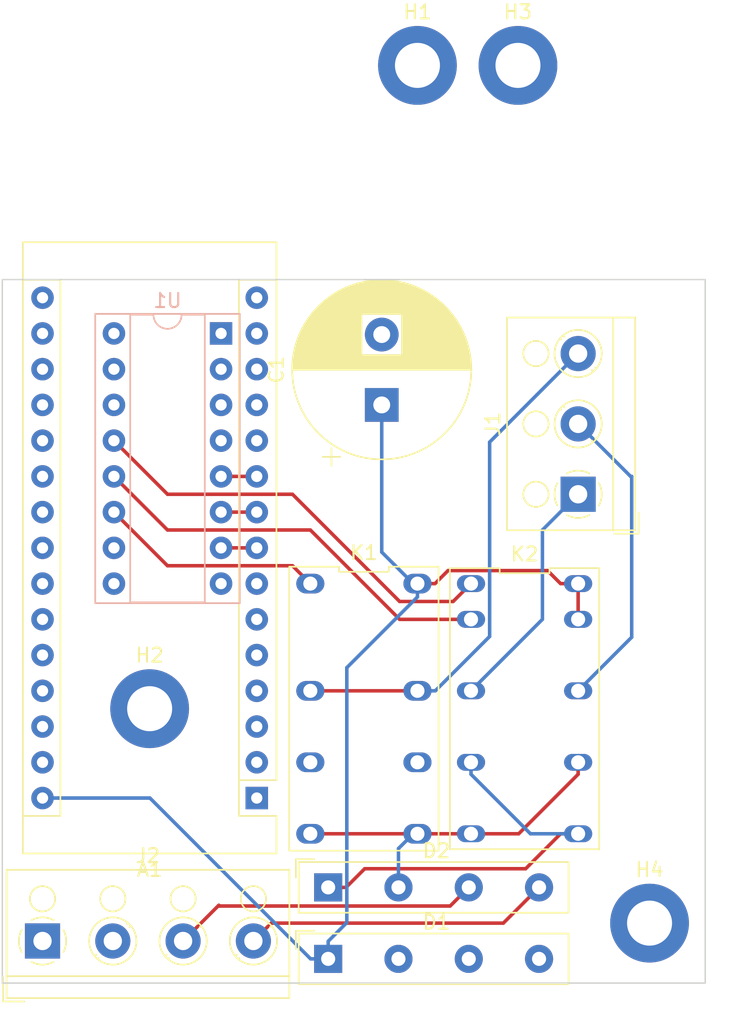
<source format=kicad_pcb>
(kicad_pcb (version 20171130) (host pcbnew "(5.1.2)-1")

  (general
    (thickness 1.6)
    (drawings 4)
    (tracks 71)
    (zones 0)
    (modules 13)
    (nets 19)
  )

  (page A4)
  (layers
    (0 F.Cu signal)
    (31 B.Cu signal)
    (32 B.Adhes user)
    (33 F.Adhes user)
    (34 B.Paste user)
    (35 F.Paste user)
    (36 B.SilkS user)
    (37 F.SilkS user)
    (38 B.Mask user)
    (39 F.Mask user)
    (40 Dwgs.User user)
    (41 Cmts.User user)
    (42 Eco1.User user)
    (43 Eco2.User user)
    (44 Edge.Cuts user)
    (45 Margin user)
    (46 B.CrtYd user)
    (47 F.CrtYd user)
    (48 B.Fab user)
    (49 F.Fab user)
  )

  (setup
    (last_trace_width 0.25)
    (trace_clearance 0.2)
    (zone_clearance 0.508)
    (zone_45_only no)
    (trace_min 0.2)
    (via_size 0.8)
    (via_drill 0.4)
    (via_min_size 0.4)
    (via_min_drill 0.3)
    (uvia_size 0.3)
    (uvia_drill 0.1)
    (uvias_allowed no)
    (uvia_min_size 0.2)
    (uvia_min_drill 0.1)
    (edge_width 0.05)
    (segment_width 0.2)
    (pcb_text_width 0.3)
    (pcb_text_size 1.5 1.5)
    (mod_edge_width 0.12)
    (mod_text_size 1 1)
    (mod_text_width 0.15)
    (pad_size 1.524 1.524)
    (pad_drill 0.762)
    (pad_to_mask_clearance 0.051)
    (solder_mask_min_width 0.25)
    (aux_axis_origin 0 0)
    (visible_elements FFFFFF7F)
    (pcbplotparams
      (layerselection 0x010fc_ffffffff)
      (usegerberextensions false)
      (usegerberattributes false)
      (usegerberadvancedattributes false)
      (creategerberjobfile false)
      (excludeedgelayer true)
      (linewidth 0.100000)
      (plotframeref false)
      (viasonmask false)
      (mode 1)
      (useauxorigin false)
      (hpglpennumber 1)
      (hpglpenspeed 20)
      (hpglpendiameter 15.000000)
      (psnegative false)
      (psa4output false)
      (plotreference true)
      (plotvalue true)
      (plotinvisibletext false)
      (padsonsilk false)
      (subtractmaskfromsilk false)
      (outputformat 1)
      (mirror false)
      (drillshape 1)
      (scaleselection 1)
      (outputdirectory ""))
  )

  (net 0 "")
  (net 1 GND)
  (net 2 "Net-(A1-Pad8)")
  (net 3 "Net-(A1-Pad9)")
  (net 4 "Net-(A1-Pad10)")
  (net 5 VCC)
  (net 6 "Net-(D1-Pad4)")
  (net 7 "Net-(D1-Pad3)")
  (net 8 "Net-(D2-Pad1)")
  (net 9 "Net-(D2-Pad2)")
  (net 10 "Net-(D2-Pad3)")
  (net 11 "Net-(D2-Pad4)")
  (net 12 "Net-(J1-Pad1)")
  (net 13 "Net-(J1-Pad2)")
  (net 14 "Net-(J1-Pad3)")
  (net 15 "Net-(K1-Pad16)")
  (net 16 "Net-(K2-Pad16)")
  (net 17 "Net-(K2-Pad15)")
  (net 18 "Net-(A1-Pad30)")

  (net_class Default "Dies ist die voreingestellte Netzklasse."
    (clearance 0.2)
    (trace_width 0.25)
    (via_dia 0.8)
    (via_drill 0.4)
    (uvia_dia 0.3)
    (uvia_drill 0.1)
    (add_net GND)
    (add_net "Net-(A1-Pad1)")
    (add_net "Net-(A1-Pad10)")
    (add_net "Net-(A1-Pad11)")
    (add_net "Net-(A1-Pad12)")
    (add_net "Net-(A1-Pad13)")
    (add_net "Net-(A1-Pad14)")
    (add_net "Net-(A1-Pad15)")
    (add_net "Net-(A1-Pad16)")
    (add_net "Net-(A1-Pad17)")
    (add_net "Net-(A1-Pad18)")
    (add_net "Net-(A1-Pad19)")
    (add_net "Net-(A1-Pad2)")
    (add_net "Net-(A1-Pad20)")
    (add_net "Net-(A1-Pad21)")
    (add_net "Net-(A1-Pad22)")
    (add_net "Net-(A1-Pad23)")
    (add_net "Net-(A1-Pad24)")
    (add_net "Net-(A1-Pad25)")
    (add_net "Net-(A1-Pad26)")
    (add_net "Net-(A1-Pad28)")
    (add_net "Net-(A1-Pad3)")
    (add_net "Net-(A1-Pad30)")
    (add_net "Net-(A1-Pad5)")
    (add_net "Net-(A1-Pad6)")
    (add_net "Net-(A1-Pad7)")
    (add_net "Net-(A1-Pad8)")
    (add_net "Net-(A1-Pad9)")
    (add_net "Net-(D1-Pad3)")
    (add_net "Net-(D1-Pad4)")
    (add_net "Net-(D2-Pad1)")
    (add_net "Net-(D2-Pad2)")
    (add_net "Net-(D2-Pad3)")
    (add_net "Net-(D2-Pad4)")
    (add_net "Net-(J1-Pad1)")
    (add_net "Net-(J1-Pad2)")
    (add_net "Net-(J1-Pad3)")
    (add_net "Net-(K1-Pad11)")
    (add_net "Net-(K1-Pad16)")
    (add_net "Net-(K1-Pad6)")
    (add_net "Net-(K2-Pad15)")
    (add_net "Net-(K2-Pad16)")
    (add_net "Net-(U1-Pad1)")
    (add_net "Net-(U1-Pad10)")
    (add_net "Net-(U1-Pad14)")
    (add_net "Net-(U1-Pad15)")
    (add_net "Net-(U1-Pad16)")
    (add_net "Net-(U1-Pad2)")
    (add_net "Net-(U1-Pad3)")
    (add_net "Net-(U1-Pad4)")
    (add_net VCC)
  )

  (module MountingHole:MountingHole_3.2mm_M3_DIN965_Pad (layer F.Cu) (tedit 56D1B4CB) (tstamp 5DE8268F)
    (at 66.04 78.74)
    (descr "Mounting Hole 3.2mm, M3, DIN965")
    (tags "mounting hole 3.2mm m3 din965")
    (path /5DECFA24)
    (attr virtual)
    (fp_text reference H4 (at 0 -3.8) (layer F.SilkS)
      (effects (font (size 1 1) (thickness 0.15)))
    )
    (fp_text value MountingHole_Pad (at 0 3.8) (layer F.Fab)
      (effects (font (size 1 1) (thickness 0.15)))
    )
    (fp_circle (center 0 0) (end 3.05 0) (layer F.CrtYd) (width 0.05))
    (fp_circle (center 0 0) (end 2.8 0) (layer Cmts.User) (width 0.15))
    (fp_text user %R (at 0.3 0) (layer F.Fab)
      (effects (font (size 1 1) (thickness 0.15)))
    )
    (pad 1 thru_hole circle (at 0 0) (size 5.6 5.6) (drill 3.2) (layers *.Cu *.Mask)
      (net 1 GND))
  )

  (module MountingHole:MountingHole_3.2mm_M3_DIN965_Pad (layer F.Cu) (tedit 56D1B4CB) (tstamp 5DE82885)
    (at 56.68 17.78)
    (descr "Mounting Hole 3.2mm, M3, DIN965")
    (tags "mounting hole 3.2mm m3 din965")
    (path /5DECF7BE)
    (attr virtual)
    (fp_text reference H3 (at 0 -3.8) (layer F.SilkS)
      (effects (font (size 1 1) (thickness 0.15)))
    )
    (fp_text value MountingHole_Pad (at 0 3.8) (layer F.Fab)
      (effects (font (size 1 1) (thickness 0.15)))
    )
    (fp_circle (center 0 0) (end 3.05 0) (layer F.CrtYd) (width 0.05))
    (fp_circle (center 0 0) (end 2.8 0) (layer Cmts.User) (width 0.15))
    (fp_text user %R (at 0.3 0) (layer F.Fab)
      (effects (font (size 1 1) (thickness 0.15)))
    )
    (pad 1 thru_hole circle (at 0 0) (size 5.6 5.6) (drill 3.2) (layers *.Cu *.Mask)
      (net 1 GND))
  )

  (module MountingHole:MountingHole_3.2mm_M3_DIN965_Pad (layer F.Cu) (tedit 56D1B4CB) (tstamp 5DE8267F)
    (at 30.48 63.5)
    (descr "Mounting Hole 3.2mm, M3, DIN965")
    (tags "mounting hole 3.2mm m3 din965")
    (path /5DECF596)
    (attr virtual)
    (fp_text reference H2 (at 0 -3.8) (layer F.SilkS)
      (effects (font (size 1 1) (thickness 0.15)))
    )
    (fp_text value MountingHole_Pad (at 0 3.8) (layer F.Fab)
      (effects (font (size 1 1) (thickness 0.15)))
    )
    (fp_circle (center 0 0) (end 3.05 0) (layer F.CrtYd) (width 0.05))
    (fp_circle (center 0 0) (end 2.8 0) (layer Cmts.User) (width 0.15))
    (fp_text user %R (at 0.3 0) (layer F.Fab)
      (effects (font (size 1 1) (thickness 0.15)))
    )
    (pad 1 thru_hole circle (at 0 0) (size 5.6 5.6) (drill 3.2) (layers *.Cu *.Mask)
      (net 1 GND))
  )

  (module MountingHole:MountingHole_3.2mm_M3_DIN965_Pad (layer F.Cu) (tedit 56D1B4CB) (tstamp 5DE82677)
    (at 49.53 17.78)
    (descr "Mounting Hole 3.2mm, M3, DIN965")
    (tags "mounting hole 3.2mm m3 din965")
    (path /5DECEEFE)
    (attr virtual)
    (fp_text reference H1 (at 0 -3.8) (layer F.SilkS)
      (effects (font (size 1 1) (thickness 0.15)))
    )
    (fp_text value MountingHole_Pad (at 0 3.8) (layer F.Fab)
      (effects (font (size 1 1) (thickness 0.15)))
    )
    (fp_circle (center 0 0) (end 3.05 0) (layer F.CrtYd) (width 0.05))
    (fp_circle (center 0 0) (end 2.8 0) (layer Cmts.User) (width 0.15))
    (fp_text user %R (at 0.3 0) (layer F.Fab)
      (effects (font (size 1 1) (thickness 0.15)))
    )
    (pad 1 thru_hole circle (at 0 0) (size 5.6 5.6) (drill 3.2) (layers *.Cu *.Mask)
      (net 1 GND))
  )

  (module Module:Arduino_Nano (layer F.Cu) (tedit 58ACAF70) (tstamp 5DE7D8AA)
    (at 38.1 69.85 180)
    (descr "Arduino Nano, http://www.mouser.com/pdfdocs/Gravitech_Arduino_Nano3_0.pdf")
    (tags "Arduino Nano")
    (path /5DE6D56C)
    (fp_text reference A1 (at 7.62 -5.08) (layer F.SilkS)
      (effects (font (size 1 1) (thickness 0.15)))
    )
    (fp_text value Arduino_Nano_v2.x (at 8.89 19.05 90) (layer F.Fab)
      (effects (font (size 1 1) (thickness 0.15)))
    )
    (fp_line (start 16.75 42.16) (end -1.53 42.16) (layer F.CrtYd) (width 0.05))
    (fp_line (start 16.75 42.16) (end 16.75 -4.06) (layer F.CrtYd) (width 0.05))
    (fp_line (start -1.53 -4.06) (end -1.53 42.16) (layer F.CrtYd) (width 0.05))
    (fp_line (start -1.53 -4.06) (end 16.75 -4.06) (layer F.CrtYd) (width 0.05))
    (fp_line (start 16.51 -3.81) (end 16.51 39.37) (layer F.Fab) (width 0.1))
    (fp_line (start 0 -3.81) (end 16.51 -3.81) (layer F.Fab) (width 0.1))
    (fp_line (start -1.27 -2.54) (end 0 -3.81) (layer F.Fab) (width 0.1))
    (fp_line (start -1.27 39.37) (end -1.27 -2.54) (layer F.Fab) (width 0.1))
    (fp_line (start 16.51 39.37) (end -1.27 39.37) (layer F.Fab) (width 0.1))
    (fp_line (start 16.64 -3.94) (end -1.4 -3.94) (layer F.SilkS) (width 0.12))
    (fp_line (start 16.64 39.5) (end 16.64 -3.94) (layer F.SilkS) (width 0.12))
    (fp_line (start -1.4 39.5) (end 16.64 39.5) (layer F.SilkS) (width 0.12))
    (fp_line (start 3.81 41.91) (end 3.81 31.75) (layer F.Fab) (width 0.1))
    (fp_line (start 11.43 41.91) (end 3.81 41.91) (layer F.Fab) (width 0.1))
    (fp_line (start 11.43 31.75) (end 11.43 41.91) (layer F.Fab) (width 0.1))
    (fp_line (start 3.81 31.75) (end 11.43 31.75) (layer F.Fab) (width 0.1))
    (fp_line (start 1.27 36.83) (end -1.4 36.83) (layer F.SilkS) (width 0.12))
    (fp_line (start 1.27 1.27) (end 1.27 36.83) (layer F.SilkS) (width 0.12))
    (fp_line (start 1.27 1.27) (end -1.4 1.27) (layer F.SilkS) (width 0.12))
    (fp_line (start 13.97 36.83) (end 16.64 36.83) (layer F.SilkS) (width 0.12))
    (fp_line (start 13.97 -1.27) (end 13.97 36.83) (layer F.SilkS) (width 0.12))
    (fp_line (start 13.97 -1.27) (end 16.64 -1.27) (layer F.SilkS) (width 0.12))
    (fp_line (start -1.4 -3.94) (end -1.4 -1.27) (layer F.SilkS) (width 0.12))
    (fp_line (start -1.4 1.27) (end -1.4 39.5) (layer F.SilkS) (width 0.12))
    (fp_line (start 1.27 -1.27) (end -1.4 -1.27) (layer F.SilkS) (width 0.12))
    (fp_line (start 1.27 1.27) (end 1.27 -1.27) (layer F.SilkS) (width 0.12))
    (fp_text user %R (at 6.35 19.05 90) (layer F.Fab)
      (effects (font (size 1 1) (thickness 0.15)))
    )
    (pad 16 thru_hole oval (at 15.24 35.56 180) (size 1.6 1.6) (drill 0.8) (layers *.Cu *.Mask))
    (pad 15 thru_hole oval (at 0 35.56 180) (size 1.6 1.6) (drill 0.8) (layers *.Cu *.Mask))
    (pad 30 thru_hole oval (at 15.24 0 180) (size 1.6 1.6) (drill 0.8) (layers *.Cu *.Mask)
      (net 18 "Net-(A1-Pad30)"))
    (pad 14 thru_hole oval (at 0 33.02 180) (size 1.6 1.6) (drill 0.8) (layers *.Cu *.Mask))
    (pad 29 thru_hole oval (at 15.24 2.54 180) (size 1.6 1.6) (drill 0.8) (layers *.Cu *.Mask)
      (net 1 GND))
    (pad 13 thru_hole oval (at 0 30.48 180) (size 1.6 1.6) (drill 0.8) (layers *.Cu *.Mask))
    (pad 28 thru_hole oval (at 15.24 5.08 180) (size 1.6 1.6) (drill 0.8) (layers *.Cu *.Mask))
    (pad 12 thru_hole oval (at 0 27.94 180) (size 1.6 1.6) (drill 0.8) (layers *.Cu *.Mask))
    (pad 27 thru_hole oval (at 15.24 7.62 180) (size 1.6 1.6) (drill 0.8) (layers *.Cu *.Mask)
      (net 5 VCC))
    (pad 11 thru_hole oval (at 0 25.4 180) (size 1.6 1.6) (drill 0.8) (layers *.Cu *.Mask))
    (pad 26 thru_hole oval (at 15.24 10.16 180) (size 1.6 1.6) (drill 0.8) (layers *.Cu *.Mask))
    (pad 10 thru_hole oval (at 0 22.86 180) (size 1.6 1.6) (drill 0.8) (layers *.Cu *.Mask)
      (net 4 "Net-(A1-Pad10)"))
    (pad 25 thru_hole oval (at 15.24 12.7 180) (size 1.6 1.6) (drill 0.8) (layers *.Cu *.Mask))
    (pad 9 thru_hole oval (at 0 20.32 180) (size 1.6 1.6) (drill 0.8) (layers *.Cu *.Mask)
      (net 3 "Net-(A1-Pad9)"))
    (pad 24 thru_hole oval (at 15.24 15.24 180) (size 1.6 1.6) (drill 0.8) (layers *.Cu *.Mask))
    (pad 8 thru_hole oval (at 0 17.78 180) (size 1.6 1.6) (drill 0.8) (layers *.Cu *.Mask)
      (net 2 "Net-(A1-Pad8)"))
    (pad 23 thru_hole oval (at 15.24 17.78 180) (size 1.6 1.6) (drill 0.8) (layers *.Cu *.Mask))
    (pad 7 thru_hole oval (at 0 15.24 180) (size 1.6 1.6) (drill 0.8) (layers *.Cu *.Mask))
    (pad 22 thru_hole oval (at 15.24 20.32 180) (size 1.6 1.6) (drill 0.8) (layers *.Cu *.Mask))
    (pad 6 thru_hole oval (at 0 12.7 180) (size 1.6 1.6) (drill 0.8) (layers *.Cu *.Mask))
    (pad 21 thru_hole oval (at 15.24 22.86 180) (size 1.6 1.6) (drill 0.8) (layers *.Cu *.Mask))
    (pad 5 thru_hole oval (at 0 10.16 180) (size 1.6 1.6) (drill 0.8) (layers *.Cu *.Mask))
    (pad 20 thru_hole oval (at 15.24 25.4 180) (size 1.6 1.6) (drill 0.8) (layers *.Cu *.Mask))
    (pad 4 thru_hole oval (at 0 7.62 180) (size 1.6 1.6) (drill 0.8) (layers *.Cu *.Mask)
      (net 1 GND))
    (pad 19 thru_hole oval (at 15.24 27.94 180) (size 1.6 1.6) (drill 0.8) (layers *.Cu *.Mask))
    (pad 3 thru_hole oval (at 0 5.08 180) (size 1.6 1.6) (drill 0.8) (layers *.Cu *.Mask))
    (pad 18 thru_hole oval (at 15.24 30.48 180) (size 1.6 1.6) (drill 0.8) (layers *.Cu *.Mask))
    (pad 2 thru_hole oval (at 0 2.54 180) (size 1.6 1.6) (drill 0.8) (layers *.Cu *.Mask))
    (pad 17 thru_hole oval (at 15.24 33.02 180) (size 1.6 1.6) (drill 0.8) (layers *.Cu *.Mask))
    (pad 1 thru_hole rect (at 0 0 180) (size 1.6 1.6) (drill 0.8) (layers *.Cu *.Mask))
    (model ${KISYS3DMOD}/Module.3dshapes/Arduino_Nano_WithMountingHoles.wrl
      (at (xyz 0 0 0))
      (scale (xyz 1 1 1))
      (rotate (xyz 0 0 0))
    )
  )

  (module Capacitor_THT:CP_Radial_D12.5mm_P5.00mm (layer F.Cu) (tedit 5AE50EF1) (tstamp 5DE7D9A0)
    (at 46.99 41.91 90)
    (descr "CP, Radial series, Radial, pin pitch=5.00mm, , diameter=12.5mm, Electrolytic Capacitor")
    (tags "CP Radial series Radial pin pitch 5.00mm  diameter 12.5mm Electrolytic Capacitor")
    (path /5DE9E80E)
    (fp_text reference C1 (at 2.5 -7.5 90) (layer F.SilkS)
      (effects (font (size 1 1) (thickness 0.15)))
    )
    (fp_text value 470u (at 2.5 7.5 90) (layer F.Fab)
      (effects (font (size 1 1) (thickness 0.15)))
    )
    (fp_text user %R (at 2.5 0 90) (layer F.Fab)
      (effects (font (size 1 1) (thickness 0.15)))
    )
    (fp_line (start -3.692082 -4.2) (end -3.692082 -2.95) (layer F.SilkS) (width 0.12))
    (fp_line (start -4.317082 -3.575) (end -3.067082 -3.575) (layer F.SilkS) (width 0.12))
    (fp_line (start 8.861 -0.317) (end 8.861 0.317) (layer F.SilkS) (width 0.12))
    (fp_line (start 8.821 -0.757) (end 8.821 0.757) (layer F.SilkS) (width 0.12))
    (fp_line (start 8.781 -1.028) (end 8.781 1.028) (layer F.SilkS) (width 0.12))
    (fp_line (start 8.741 -1.241) (end 8.741 1.241) (layer F.SilkS) (width 0.12))
    (fp_line (start 8.701 -1.422) (end 8.701 1.422) (layer F.SilkS) (width 0.12))
    (fp_line (start 8.661 -1.583) (end 8.661 1.583) (layer F.SilkS) (width 0.12))
    (fp_line (start 8.621 -1.728) (end 8.621 1.728) (layer F.SilkS) (width 0.12))
    (fp_line (start 8.581 -1.861) (end 8.581 1.861) (layer F.SilkS) (width 0.12))
    (fp_line (start 8.541 -1.984) (end 8.541 1.984) (layer F.SilkS) (width 0.12))
    (fp_line (start 8.501 -2.1) (end 8.501 2.1) (layer F.SilkS) (width 0.12))
    (fp_line (start 8.461 -2.209) (end 8.461 2.209) (layer F.SilkS) (width 0.12))
    (fp_line (start 8.421 -2.312) (end 8.421 2.312) (layer F.SilkS) (width 0.12))
    (fp_line (start 8.381 -2.41) (end 8.381 2.41) (layer F.SilkS) (width 0.12))
    (fp_line (start 8.341 -2.504) (end 8.341 2.504) (layer F.SilkS) (width 0.12))
    (fp_line (start 8.301 -2.594) (end 8.301 2.594) (layer F.SilkS) (width 0.12))
    (fp_line (start 8.261 -2.681) (end 8.261 2.681) (layer F.SilkS) (width 0.12))
    (fp_line (start 8.221 -2.764) (end 8.221 2.764) (layer F.SilkS) (width 0.12))
    (fp_line (start 8.181 -2.844) (end 8.181 2.844) (layer F.SilkS) (width 0.12))
    (fp_line (start 8.141 -2.921) (end 8.141 2.921) (layer F.SilkS) (width 0.12))
    (fp_line (start 8.101 -2.996) (end 8.101 2.996) (layer F.SilkS) (width 0.12))
    (fp_line (start 8.061 -3.069) (end 8.061 3.069) (layer F.SilkS) (width 0.12))
    (fp_line (start 8.021 -3.14) (end 8.021 3.14) (layer F.SilkS) (width 0.12))
    (fp_line (start 7.981 -3.208) (end 7.981 3.208) (layer F.SilkS) (width 0.12))
    (fp_line (start 7.941 -3.275) (end 7.941 3.275) (layer F.SilkS) (width 0.12))
    (fp_line (start 7.901 -3.339) (end 7.901 3.339) (layer F.SilkS) (width 0.12))
    (fp_line (start 7.861 -3.402) (end 7.861 3.402) (layer F.SilkS) (width 0.12))
    (fp_line (start 7.821 -3.464) (end 7.821 3.464) (layer F.SilkS) (width 0.12))
    (fp_line (start 7.781 -3.524) (end 7.781 3.524) (layer F.SilkS) (width 0.12))
    (fp_line (start 7.741 -3.583) (end 7.741 3.583) (layer F.SilkS) (width 0.12))
    (fp_line (start 7.701 -3.64) (end 7.701 3.64) (layer F.SilkS) (width 0.12))
    (fp_line (start 7.661 -3.696) (end 7.661 3.696) (layer F.SilkS) (width 0.12))
    (fp_line (start 7.621 -3.75) (end 7.621 3.75) (layer F.SilkS) (width 0.12))
    (fp_line (start 7.581 -3.804) (end 7.581 3.804) (layer F.SilkS) (width 0.12))
    (fp_line (start 7.541 -3.856) (end 7.541 3.856) (layer F.SilkS) (width 0.12))
    (fp_line (start 7.501 -3.907) (end 7.501 3.907) (layer F.SilkS) (width 0.12))
    (fp_line (start 7.461 -3.957) (end 7.461 3.957) (layer F.SilkS) (width 0.12))
    (fp_line (start 7.421 -4.007) (end 7.421 4.007) (layer F.SilkS) (width 0.12))
    (fp_line (start 7.381 -4.055) (end 7.381 4.055) (layer F.SilkS) (width 0.12))
    (fp_line (start 7.341 -4.102) (end 7.341 4.102) (layer F.SilkS) (width 0.12))
    (fp_line (start 7.301 -4.148) (end 7.301 4.148) (layer F.SilkS) (width 0.12))
    (fp_line (start 7.261 -4.194) (end 7.261 4.194) (layer F.SilkS) (width 0.12))
    (fp_line (start 7.221 -4.238) (end 7.221 4.238) (layer F.SilkS) (width 0.12))
    (fp_line (start 7.181 -4.282) (end 7.181 4.282) (layer F.SilkS) (width 0.12))
    (fp_line (start 7.141 -4.325) (end 7.141 4.325) (layer F.SilkS) (width 0.12))
    (fp_line (start 7.101 -4.367) (end 7.101 4.367) (layer F.SilkS) (width 0.12))
    (fp_line (start 7.061 -4.408) (end 7.061 4.408) (layer F.SilkS) (width 0.12))
    (fp_line (start 7.021 -4.449) (end 7.021 4.449) (layer F.SilkS) (width 0.12))
    (fp_line (start 6.981 -4.489) (end 6.981 4.489) (layer F.SilkS) (width 0.12))
    (fp_line (start 6.941 -4.528) (end 6.941 4.528) (layer F.SilkS) (width 0.12))
    (fp_line (start 6.901 -4.567) (end 6.901 4.567) (layer F.SilkS) (width 0.12))
    (fp_line (start 6.861 -4.605) (end 6.861 4.605) (layer F.SilkS) (width 0.12))
    (fp_line (start 6.821 -4.642) (end 6.821 4.642) (layer F.SilkS) (width 0.12))
    (fp_line (start 6.781 -4.678) (end 6.781 4.678) (layer F.SilkS) (width 0.12))
    (fp_line (start 6.741 -4.714) (end 6.741 4.714) (layer F.SilkS) (width 0.12))
    (fp_line (start 6.701 -4.75) (end 6.701 4.75) (layer F.SilkS) (width 0.12))
    (fp_line (start 6.661 -4.785) (end 6.661 4.785) (layer F.SilkS) (width 0.12))
    (fp_line (start 6.621 -4.819) (end 6.621 4.819) (layer F.SilkS) (width 0.12))
    (fp_line (start 6.581 -4.852) (end 6.581 4.852) (layer F.SilkS) (width 0.12))
    (fp_line (start 6.541 -4.885) (end 6.541 4.885) (layer F.SilkS) (width 0.12))
    (fp_line (start 6.501 -4.918) (end 6.501 4.918) (layer F.SilkS) (width 0.12))
    (fp_line (start 6.461 -4.95) (end 6.461 4.95) (layer F.SilkS) (width 0.12))
    (fp_line (start 6.421 1.44) (end 6.421 4.982) (layer F.SilkS) (width 0.12))
    (fp_line (start 6.421 -4.982) (end 6.421 -1.44) (layer F.SilkS) (width 0.12))
    (fp_line (start 6.381 1.44) (end 6.381 5.012) (layer F.SilkS) (width 0.12))
    (fp_line (start 6.381 -5.012) (end 6.381 -1.44) (layer F.SilkS) (width 0.12))
    (fp_line (start 6.341 1.44) (end 6.341 5.043) (layer F.SilkS) (width 0.12))
    (fp_line (start 6.341 -5.043) (end 6.341 -1.44) (layer F.SilkS) (width 0.12))
    (fp_line (start 6.301 1.44) (end 6.301 5.073) (layer F.SilkS) (width 0.12))
    (fp_line (start 6.301 -5.073) (end 6.301 -1.44) (layer F.SilkS) (width 0.12))
    (fp_line (start 6.261 1.44) (end 6.261 5.102) (layer F.SilkS) (width 0.12))
    (fp_line (start 6.261 -5.102) (end 6.261 -1.44) (layer F.SilkS) (width 0.12))
    (fp_line (start 6.221 1.44) (end 6.221 5.131) (layer F.SilkS) (width 0.12))
    (fp_line (start 6.221 -5.131) (end 6.221 -1.44) (layer F.SilkS) (width 0.12))
    (fp_line (start 6.181 1.44) (end 6.181 5.16) (layer F.SilkS) (width 0.12))
    (fp_line (start 6.181 -5.16) (end 6.181 -1.44) (layer F.SilkS) (width 0.12))
    (fp_line (start 6.141 1.44) (end 6.141 5.188) (layer F.SilkS) (width 0.12))
    (fp_line (start 6.141 -5.188) (end 6.141 -1.44) (layer F.SilkS) (width 0.12))
    (fp_line (start 6.101 1.44) (end 6.101 5.216) (layer F.SilkS) (width 0.12))
    (fp_line (start 6.101 -5.216) (end 6.101 -1.44) (layer F.SilkS) (width 0.12))
    (fp_line (start 6.061 1.44) (end 6.061 5.243) (layer F.SilkS) (width 0.12))
    (fp_line (start 6.061 -5.243) (end 6.061 -1.44) (layer F.SilkS) (width 0.12))
    (fp_line (start 6.021 1.44) (end 6.021 5.27) (layer F.SilkS) (width 0.12))
    (fp_line (start 6.021 -5.27) (end 6.021 -1.44) (layer F.SilkS) (width 0.12))
    (fp_line (start 5.981 1.44) (end 5.981 5.296) (layer F.SilkS) (width 0.12))
    (fp_line (start 5.981 -5.296) (end 5.981 -1.44) (layer F.SilkS) (width 0.12))
    (fp_line (start 5.941 1.44) (end 5.941 5.322) (layer F.SilkS) (width 0.12))
    (fp_line (start 5.941 -5.322) (end 5.941 -1.44) (layer F.SilkS) (width 0.12))
    (fp_line (start 5.901 1.44) (end 5.901 5.347) (layer F.SilkS) (width 0.12))
    (fp_line (start 5.901 -5.347) (end 5.901 -1.44) (layer F.SilkS) (width 0.12))
    (fp_line (start 5.861 1.44) (end 5.861 5.372) (layer F.SilkS) (width 0.12))
    (fp_line (start 5.861 -5.372) (end 5.861 -1.44) (layer F.SilkS) (width 0.12))
    (fp_line (start 5.821 1.44) (end 5.821 5.397) (layer F.SilkS) (width 0.12))
    (fp_line (start 5.821 -5.397) (end 5.821 -1.44) (layer F.SilkS) (width 0.12))
    (fp_line (start 5.781 1.44) (end 5.781 5.421) (layer F.SilkS) (width 0.12))
    (fp_line (start 5.781 -5.421) (end 5.781 -1.44) (layer F.SilkS) (width 0.12))
    (fp_line (start 5.741 1.44) (end 5.741 5.445) (layer F.SilkS) (width 0.12))
    (fp_line (start 5.741 -5.445) (end 5.741 -1.44) (layer F.SilkS) (width 0.12))
    (fp_line (start 5.701 1.44) (end 5.701 5.468) (layer F.SilkS) (width 0.12))
    (fp_line (start 5.701 -5.468) (end 5.701 -1.44) (layer F.SilkS) (width 0.12))
    (fp_line (start 5.661 1.44) (end 5.661 5.491) (layer F.SilkS) (width 0.12))
    (fp_line (start 5.661 -5.491) (end 5.661 -1.44) (layer F.SilkS) (width 0.12))
    (fp_line (start 5.621 1.44) (end 5.621 5.514) (layer F.SilkS) (width 0.12))
    (fp_line (start 5.621 -5.514) (end 5.621 -1.44) (layer F.SilkS) (width 0.12))
    (fp_line (start 5.581 1.44) (end 5.581 5.536) (layer F.SilkS) (width 0.12))
    (fp_line (start 5.581 -5.536) (end 5.581 -1.44) (layer F.SilkS) (width 0.12))
    (fp_line (start 5.541 1.44) (end 5.541 5.558) (layer F.SilkS) (width 0.12))
    (fp_line (start 5.541 -5.558) (end 5.541 -1.44) (layer F.SilkS) (width 0.12))
    (fp_line (start 5.501 1.44) (end 5.501 5.58) (layer F.SilkS) (width 0.12))
    (fp_line (start 5.501 -5.58) (end 5.501 -1.44) (layer F.SilkS) (width 0.12))
    (fp_line (start 5.461 1.44) (end 5.461 5.601) (layer F.SilkS) (width 0.12))
    (fp_line (start 5.461 -5.601) (end 5.461 -1.44) (layer F.SilkS) (width 0.12))
    (fp_line (start 5.421 1.44) (end 5.421 5.622) (layer F.SilkS) (width 0.12))
    (fp_line (start 5.421 -5.622) (end 5.421 -1.44) (layer F.SilkS) (width 0.12))
    (fp_line (start 5.381 1.44) (end 5.381 5.642) (layer F.SilkS) (width 0.12))
    (fp_line (start 5.381 -5.642) (end 5.381 -1.44) (layer F.SilkS) (width 0.12))
    (fp_line (start 5.341 1.44) (end 5.341 5.662) (layer F.SilkS) (width 0.12))
    (fp_line (start 5.341 -5.662) (end 5.341 -1.44) (layer F.SilkS) (width 0.12))
    (fp_line (start 5.301 1.44) (end 5.301 5.682) (layer F.SilkS) (width 0.12))
    (fp_line (start 5.301 -5.682) (end 5.301 -1.44) (layer F.SilkS) (width 0.12))
    (fp_line (start 5.261 1.44) (end 5.261 5.702) (layer F.SilkS) (width 0.12))
    (fp_line (start 5.261 -5.702) (end 5.261 -1.44) (layer F.SilkS) (width 0.12))
    (fp_line (start 5.221 1.44) (end 5.221 5.721) (layer F.SilkS) (width 0.12))
    (fp_line (start 5.221 -5.721) (end 5.221 -1.44) (layer F.SilkS) (width 0.12))
    (fp_line (start 5.181 1.44) (end 5.181 5.739) (layer F.SilkS) (width 0.12))
    (fp_line (start 5.181 -5.739) (end 5.181 -1.44) (layer F.SilkS) (width 0.12))
    (fp_line (start 5.141 1.44) (end 5.141 5.758) (layer F.SilkS) (width 0.12))
    (fp_line (start 5.141 -5.758) (end 5.141 -1.44) (layer F.SilkS) (width 0.12))
    (fp_line (start 5.101 1.44) (end 5.101 5.776) (layer F.SilkS) (width 0.12))
    (fp_line (start 5.101 -5.776) (end 5.101 -1.44) (layer F.SilkS) (width 0.12))
    (fp_line (start 5.061 1.44) (end 5.061 5.793) (layer F.SilkS) (width 0.12))
    (fp_line (start 5.061 -5.793) (end 5.061 -1.44) (layer F.SilkS) (width 0.12))
    (fp_line (start 5.021 1.44) (end 5.021 5.811) (layer F.SilkS) (width 0.12))
    (fp_line (start 5.021 -5.811) (end 5.021 -1.44) (layer F.SilkS) (width 0.12))
    (fp_line (start 4.981 1.44) (end 4.981 5.828) (layer F.SilkS) (width 0.12))
    (fp_line (start 4.981 -5.828) (end 4.981 -1.44) (layer F.SilkS) (width 0.12))
    (fp_line (start 4.941 1.44) (end 4.941 5.845) (layer F.SilkS) (width 0.12))
    (fp_line (start 4.941 -5.845) (end 4.941 -1.44) (layer F.SilkS) (width 0.12))
    (fp_line (start 4.901 1.44) (end 4.901 5.861) (layer F.SilkS) (width 0.12))
    (fp_line (start 4.901 -5.861) (end 4.901 -1.44) (layer F.SilkS) (width 0.12))
    (fp_line (start 4.861 1.44) (end 4.861 5.877) (layer F.SilkS) (width 0.12))
    (fp_line (start 4.861 -5.877) (end 4.861 -1.44) (layer F.SilkS) (width 0.12))
    (fp_line (start 4.821 1.44) (end 4.821 5.893) (layer F.SilkS) (width 0.12))
    (fp_line (start 4.821 -5.893) (end 4.821 -1.44) (layer F.SilkS) (width 0.12))
    (fp_line (start 4.781 1.44) (end 4.781 5.908) (layer F.SilkS) (width 0.12))
    (fp_line (start 4.781 -5.908) (end 4.781 -1.44) (layer F.SilkS) (width 0.12))
    (fp_line (start 4.741 1.44) (end 4.741 5.924) (layer F.SilkS) (width 0.12))
    (fp_line (start 4.741 -5.924) (end 4.741 -1.44) (layer F.SilkS) (width 0.12))
    (fp_line (start 4.701 1.44) (end 4.701 5.939) (layer F.SilkS) (width 0.12))
    (fp_line (start 4.701 -5.939) (end 4.701 -1.44) (layer F.SilkS) (width 0.12))
    (fp_line (start 4.661 1.44) (end 4.661 5.953) (layer F.SilkS) (width 0.12))
    (fp_line (start 4.661 -5.953) (end 4.661 -1.44) (layer F.SilkS) (width 0.12))
    (fp_line (start 4.621 1.44) (end 4.621 5.967) (layer F.SilkS) (width 0.12))
    (fp_line (start 4.621 -5.967) (end 4.621 -1.44) (layer F.SilkS) (width 0.12))
    (fp_line (start 4.581 1.44) (end 4.581 5.981) (layer F.SilkS) (width 0.12))
    (fp_line (start 4.581 -5.981) (end 4.581 -1.44) (layer F.SilkS) (width 0.12))
    (fp_line (start 4.541 1.44) (end 4.541 5.995) (layer F.SilkS) (width 0.12))
    (fp_line (start 4.541 -5.995) (end 4.541 -1.44) (layer F.SilkS) (width 0.12))
    (fp_line (start 4.501 1.44) (end 4.501 6.008) (layer F.SilkS) (width 0.12))
    (fp_line (start 4.501 -6.008) (end 4.501 -1.44) (layer F.SilkS) (width 0.12))
    (fp_line (start 4.461 1.44) (end 4.461 6.021) (layer F.SilkS) (width 0.12))
    (fp_line (start 4.461 -6.021) (end 4.461 -1.44) (layer F.SilkS) (width 0.12))
    (fp_line (start 4.421 1.44) (end 4.421 6.034) (layer F.SilkS) (width 0.12))
    (fp_line (start 4.421 -6.034) (end 4.421 -1.44) (layer F.SilkS) (width 0.12))
    (fp_line (start 4.381 1.44) (end 4.381 6.047) (layer F.SilkS) (width 0.12))
    (fp_line (start 4.381 -6.047) (end 4.381 -1.44) (layer F.SilkS) (width 0.12))
    (fp_line (start 4.341 1.44) (end 4.341 6.059) (layer F.SilkS) (width 0.12))
    (fp_line (start 4.341 -6.059) (end 4.341 -1.44) (layer F.SilkS) (width 0.12))
    (fp_line (start 4.301 1.44) (end 4.301 6.071) (layer F.SilkS) (width 0.12))
    (fp_line (start 4.301 -6.071) (end 4.301 -1.44) (layer F.SilkS) (width 0.12))
    (fp_line (start 4.261 1.44) (end 4.261 6.083) (layer F.SilkS) (width 0.12))
    (fp_line (start 4.261 -6.083) (end 4.261 -1.44) (layer F.SilkS) (width 0.12))
    (fp_line (start 4.221 1.44) (end 4.221 6.094) (layer F.SilkS) (width 0.12))
    (fp_line (start 4.221 -6.094) (end 4.221 -1.44) (layer F.SilkS) (width 0.12))
    (fp_line (start 4.181 1.44) (end 4.181 6.105) (layer F.SilkS) (width 0.12))
    (fp_line (start 4.181 -6.105) (end 4.181 -1.44) (layer F.SilkS) (width 0.12))
    (fp_line (start 4.141 1.44) (end 4.141 6.116) (layer F.SilkS) (width 0.12))
    (fp_line (start 4.141 -6.116) (end 4.141 -1.44) (layer F.SilkS) (width 0.12))
    (fp_line (start 4.101 1.44) (end 4.101 6.126) (layer F.SilkS) (width 0.12))
    (fp_line (start 4.101 -6.126) (end 4.101 -1.44) (layer F.SilkS) (width 0.12))
    (fp_line (start 4.061 1.44) (end 4.061 6.137) (layer F.SilkS) (width 0.12))
    (fp_line (start 4.061 -6.137) (end 4.061 -1.44) (layer F.SilkS) (width 0.12))
    (fp_line (start 4.021 1.44) (end 4.021 6.146) (layer F.SilkS) (width 0.12))
    (fp_line (start 4.021 -6.146) (end 4.021 -1.44) (layer F.SilkS) (width 0.12))
    (fp_line (start 3.981 1.44) (end 3.981 6.156) (layer F.SilkS) (width 0.12))
    (fp_line (start 3.981 -6.156) (end 3.981 -1.44) (layer F.SilkS) (width 0.12))
    (fp_line (start 3.941 1.44) (end 3.941 6.166) (layer F.SilkS) (width 0.12))
    (fp_line (start 3.941 -6.166) (end 3.941 -1.44) (layer F.SilkS) (width 0.12))
    (fp_line (start 3.901 1.44) (end 3.901 6.175) (layer F.SilkS) (width 0.12))
    (fp_line (start 3.901 -6.175) (end 3.901 -1.44) (layer F.SilkS) (width 0.12))
    (fp_line (start 3.861 1.44) (end 3.861 6.184) (layer F.SilkS) (width 0.12))
    (fp_line (start 3.861 -6.184) (end 3.861 -1.44) (layer F.SilkS) (width 0.12))
    (fp_line (start 3.821 1.44) (end 3.821 6.192) (layer F.SilkS) (width 0.12))
    (fp_line (start 3.821 -6.192) (end 3.821 -1.44) (layer F.SilkS) (width 0.12))
    (fp_line (start 3.781 1.44) (end 3.781 6.201) (layer F.SilkS) (width 0.12))
    (fp_line (start 3.781 -6.201) (end 3.781 -1.44) (layer F.SilkS) (width 0.12))
    (fp_line (start 3.741 1.44) (end 3.741 6.209) (layer F.SilkS) (width 0.12))
    (fp_line (start 3.741 -6.209) (end 3.741 -1.44) (layer F.SilkS) (width 0.12))
    (fp_line (start 3.701 1.44) (end 3.701 6.216) (layer F.SilkS) (width 0.12))
    (fp_line (start 3.701 -6.216) (end 3.701 -1.44) (layer F.SilkS) (width 0.12))
    (fp_line (start 3.661 1.44) (end 3.661 6.224) (layer F.SilkS) (width 0.12))
    (fp_line (start 3.661 -6.224) (end 3.661 -1.44) (layer F.SilkS) (width 0.12))
    (fp_line (start 3.621 1.44) (end 3.621 6.231) (layer F.SilkS) (width 0.12))
    (fp_line (start 3.621 -6.231) (end 3.621 -1.44) (layer F.SilkS) (width 0.12))
    (fp_line (start 3.581 1.44) (end 3.581 6.238) (layer F.SilkS) (width 0.12))
    (fp_line (start 3.581 -6.238) (end 3.581 -1.44) (layer F.SilkS) (width 0.12))
    (fp_line (start 3.541 -6.245) (end 3.541 6.245) (layer F.SilkS) (width 0.12))
    (fp_line (start 3.501 -6.252) (end 3.501 6.252) (layer F.SilkS) (width 0.12))
    (fp_line (start 3.461 -6.258) (end 3.461 6.258) (layer F.SilkS) (width 0.12))
    (fp_line (start 3.421 -6.264) (end 3.421 6.264) (layer F.SilkS) (width 0.12))
    (fp_line (start 3.381 -6.269) (end 3.381 6.269) (layer F.SilkS) (width 0.12))
    (fp_line (start 3.341 -6.275) (end 3.341 6.275) (layer F.SilkS) (width 0.12))
    (fp_line (start 3.301 -6.28) (end 3.301 6.28) (layer F.SilkS) (width 0.12))
    (fp_line (start 3.261 -6.285) (end 3.261 6.285) (layer F.SilkS) (width 0.12))
    (fp_line (start 3.221 -6.29) (end 3.221 6.29) (layer F.SilkS) (width 0.12))
    (fp_line (start 3.18 -6.294) (end 3.18 6.294) (layer F.SilkS) (width 0.12))
    (fp_line (start 3.14 -6.298) (end 3.14 6.298) (layer F.SilkS) (width 0.12))
    (fp_line (start 3.1 -6.302) (end 3.1 6.302) (layer F.SilkS) (width 0.12))
    (fp_line (start 3.06 -6.306) (end 3.06 6.306) (layer F.SilkS) (width 0.12))
    (fp_line (start 3.02 -6.309) (end 3.02 6.309) (layer F.SilkS) (width 0.12))
    (fp_line (start 2.98 -6.312) (end 2.98 6.312) (layer F.SilkS) (width 0.12))
    (fp_line (start 2.94 -6.315) (end 2.94 6.315) (layer F.SilkS) (width 0.12))
    (fp_line (start 2.9 -6.318) (end 2.9 6.318) (layer F.SilkS) (width 0.12))
    (fp_line (start 2.86 -6.32) (end 2.86 6.32) (layer F.SilkS) (width 0.12))
    (fp_line (start 2.82 -6.322) (end 2.82 6.322) (layer F.SilkS) (width 0.12))
    (fp_line (start 2.78 -6.324) (end 2.78 6.324) (layer F.SilkS) (width 0.12))
    (fp_line (start 2.74 -6.326) (end 2.74 6.326) (layer F.SilkS) (width 0.12))
    (fp_line (start 2.7 -6.327) (end 2.7 6.327) (layer F.SilkS) (width 0.12))
    (fp_line (start 2.66 -6.328) (end 2.66 6.328) (layer F.SilkS) (width 0.12))
    (fp_line (start 2.62 -6.329) (end 2.62 6.329) (layer F.SilkS) (width 0.12))
    (fp_line (start 2.58 -6.33) (end 2.58 6.33) (layer F.SilkS) (width 0.12))
    (fp_line (start 2.54 -6.33) (end 2.54 6.33) (layer F.SilkS) (width 0.12))
    (fp_line (start 2.5 -6.33) (end 2.5 6.33) (layer F.SilkS) (width 0.12))
    (fp_line (start -2.241489 -3.3625) (end -2.241489 -2.1125) (layer F.Fab) (width 0.1))
    (fp_line (start -2.866489 -2.7375) (end -1.616489 -2.7375) (layer F.Fab) (width 0.1))
    (fp_circle (center 2.5 0) (end 9 0) (layer F.CrtYd) (width 0.05))
    (fp_circle (center 2.5 0) (end 8.87 0) (layer F.SilkS) (width 0.12))
    (fp_circle (center 2.5 0) (end 8.75 0) (layer F.Fab) (width 0.1))
    (pad 2 thru_hole circle (at 5 0 90) (size 2.4 2.4) (drill 1.2) (layers *.Cu *.Mask)
      (net 1 GND))
    (pad 1 thru_hole rect (at 0 0 90) (size 2.4 2.4) (drill 1.2) (layers *.Cu *.Mask)
      (net 5 VCC))
    (model ${KISYS3DMOD}/Capacitor_THT.3dshapes/CP_Radial_D12.5mm_P5.00mm.wrl
      (at (xyz 0 0 0))
      (scale (xyz 1 1 1))
      (rotate (xyz 0 0 0))
    )
  )

  (module Diode_THT:Diode_Bridge_19.0x3.5x10.0mm_P5.0mm (layer F.Cu) (tedit 5A4F7F5F) (tstamp 5DE7D9B9)
    (at 43.18 81.28)
    (descr "Vishay GBU rectifier package, 5.08mm pitch, see http://www.vishay.com/docs/88606/g3sba20.pdf")
    (tags "Vishay GBU rectifier diode bridge")
    (path /5DE72946)
    (fp_text reference D1 (at 7.7 -2.6 180) (layer F.SilkS)
      (effects (font (size 1 1) (thickness 0.15)))
    )
    (fp_text value D_Bridge_+-AA (at 7.1 2.8 180) (layer F.Fab)
      (effects (font (size 1 1) (thickness 0.15)))
    )
    (fp_line (start 17.25 2) (end -2.25 2) (layer F.CrtYd) (width 0.05))
    (fp_line (start 17.25 2) (end 17.25 -2) (layer F.CrtYd) (width 0.05))
    (fp_line (start -2.25 -2) (end -2.25 2) (layer F.CrtYd) (width 0.05))
    (fp_line (start -2.25 -2) (end 17.25 -2) (layer F.CrtYd) (width 0.05))
    (fp_line (start -1.25 -1.75) (end 17 -1.75) (layer F.Fab) (width 0.12))
    (fp_line (start 17 -1.75) (end 17 1.75) (layer F.Fab) (width 0.12))
    (fp_line (start 17 1.75) (end -2 1.75) (layer F.Fab) (width 0.12))
    (fp_line (start -2 1.75) (end -2 -1) (layer F.Fab) (width 0.12))
    (fp_line (start -2 -1) (end -1.25 -1.75) (layer F.Fab) (width 0.12))
    (fp_line (start 0 -1.75) (end 0 1.75) (layer F.Fab) (width 0.12))
    (fp_line (start -2.1 1.8) (end -2.1 -1.8) (layer F.SilkS) (width 0.12))
    (fp_line (start -2.1 -1.8) (end 17.1 -1.8) (layer F.SilkS) (width 0.12))
    (fp_line (start 17.1 -1.8) (end 17.1 1.8) (layer F.SilkS) (width 0.12))
    (fp_line (start 17.1 1.8) (end -2.1 1.8) (layer F.SilkS) (width 0.12))
    (fp_line (start -2.3 -0.7) (end -2.3 -2) (layer F.SilkS) (width 0.12))
    (fp_line (start -2.3 -2) (end -1 -2) (layer F.SilkS) (width 0.12))
    (fp_text user %R (at 7.5 0 180) (layer F.Fab)
      (effects (font (size 1 1) (thickness 0.15)))
    )
    (pad 1 thru_hole rect (at 0 0) (size 2 2) (drill 1) (layers *.Cu *.Mask)
      (net 18 "Net-(A1-Pad30)"))
    (pad 2 thru_hole circle (at 5 0) (size 2 2) (drill 1) (layers *.Cu *.Mask)
      (net 1 GND))
    (pad 3 thru_hole circle (at 10 0) (size 2 2) (drill 1) (layers *.Cu *.Mask)
      (net 7 "Net-(D1-Pad3)"))
    (pad 4 thru_hole circle (at 15 0) (size 2 2) (drill 1) (layers *.Cu *.Mask)
      (net 6 "Net-(D1-Pad4)"))
    (model ${KISYS3DMOD}/Diode_THT.3dshapes/Diode_Bridge_19.0x3.5x10.0mm_P5.0mm.wrl
      (at (xyz 0 0 0))
      (scale (xyz 1 1 1))
      (rotate (xyz 0 0 0))
    )
  )

  (module Diode_THT:Diode_Bridge_19.0x3.5x10.0mm_P5.0mm (layer F.Cu) (tedit 5A4F7F5F) (tstamp 5DE7D9D2)
    (at 43.18 76.2)
    (descr "Vishay GBU rectifier package, 5.08mm pitch, see http://www.vishay.com/docs/88606/g3sba20.pdf")
    (tags "Vishay GBU rectifier diode bridge")
    (path /5DE750E7)
    (fp_text reference D2 (at 7.7 -2.6 180) (layer F.SilkS)
      (effects (font (size 1 1) (thickness 0.15)))
    )
    (fp_text value D_Bridge_+-AA (at 7.1 2.8 180) (layer F.Fab)
      (effects (font (size 1 1) (thickness 0.15)))
    )
    (fp_line (start 17.25 2) (end -2.25 2) (layer F.CrtYd) (width 0.05))
    (fp_line (start 17.25 2) (end 17.25 -2) (layer F.CrtYd) (width 0.05))
    (fp_line (start -2.25 -2) (end -2.25 2) (layer F.CrtYd) (width 0.05))
    (fp_line (start -2.25 -2) (end 17.25 -2) (layer F.CrtYd) (width 0.05))
    (fp_line (start -1.25 -1.75) (end 17 -1.75) (layer F.Fab) (width 0.12))
    (fp_line (start 17 -1.75) (end 17 1.75) (layer F.Fab) (width 0.12))
    (fp_line (start 17 1.75) (end -2 1.75) (layer F.Fab) (width 0.12))
    (fp_line (start -2 1.75) (end -2 -1) (layer F.Fab) (width 0.12))
    (fp_line (start -2 -1) (end -1.25 -1.75) (layer F.Fab) (width 0.12))
    (fp_line (start 0 -1.75) (end 0 1.75) (layer F.Fab) (width 0.12))
    (fp_line (start -2.1 1.8) (end -2.1 -1.8) (layer F.SilkS) (width 0.12))
    (fp_line (start -2.1 -1.8) (end 17.1 -1.8) (layer F.SilkS) (width 0.12))
    (fp_line (start 17.1 -1.8) (end 17.1 1.8) (layer F.SilkS) (width 0.12))
    (fp_line (start 17.1 1.8) (end -2.1 1.8) (layer F.SilkS) (width 0.12))
    (fp_line (start -2.3 -0.7) (end -2.3 -2) (layer F.SilkS) (width 0.12))
    (fp_line (start -2.3 -2) (end -1 -2) (layer F.SilkS) (width 0.12))
    (fp_text user %R (at 7.5 0 180) (layer F.Fab)
      (effects (font (size 1 1) (thickness 0.15)))
    )
    (pad 1 thru_hole rect (at 0 0) (size 2 2) (drill 1) (layers *.Cu *.Mask)
      (net 8 "Net-(D2-Pad1)"))
    (pad 2 thru_hole circle (at 5 0) (size 2 2) (drill 1) (layers *.Cu *.Mask)
      (net 9 "Net-(D2-Pad2)"))
    (pad 3 thru_hole circle (at 10 0) (size 2 2) (drill 1) (layers *.Cu *.Mask)
      (net 10 "Net-(D2-Pad3)"))
    (pad 4 thru_hole circle (at 15 0) (size 2 2) (drill 1) (layers *.Cu *.Mask)
      (net 11 "Net-(D2-Pad4)"))
    (model ${KISYS3DMOD}/Diode_THT.3dshapes/Diode_Bridge_19.0x3.5x10.0mm_P5.0mm.wrl
      (at (xyz 0 0 0))
      (scale (xyz 1 1 1))
      (rotate (xyz 0 0 0))
    )
  )

  (module TerminalBlock_RND:TerminalBlock_RND_205-00002_1x03_P5.00mm_Horizontal (layer F.Cu) (tedit 5B294F8C) (tstamp 5DE7DA09)
    (at 60.96 48.26 90)
    (descr "terminal block RND 205-00002, 3 pins, pitch 5mm, size 15x9mm^2, drill diamater 1.3mm, pad diameter 2.5mm, see http://cdn-reichelt.de/documents/datenblatt/C151/RND_205-00001_DB_EN.pdf, script-generated using https://github.com/pointhi/kicad-footprint-generator/scripts/TerminalBlock_RND")
    (tags "THT terminal block RND 205-00002 pitch 5mm size 15x9mm^2 drill 1.3mm pad 2.5mm")
    (path /5DE71705)
    (fp_text reference J1 (at 5 -6.06 90) (layer F.SilkS)
      (effects (font (size 1 1) (thickness 0.15)))
    )
    (fp_text value Screw_Terminal_01x03 (at 5 5.06 90) (layer F.Fab)
      (effects (font (size 1 1) (thickness 0.15)))
    )
    (fp_text user %R (at 5 -6.06 90) (layer F.Fab)
      (effects (font (size 1 1) (thickness 0.15)))
    )
    (fp_line (start 13 -5.5) (end -3 -5.5) (layer F.CrtYd) (width 0.05))
    (fp_line (start 13 4.5) (end 13 -5.5) (layer F.CrtYd) (width 0.05))
    (fp_line (start -3 4.5) (end 13 4.5) (layer F.CrtYd) (width 0.05))
    (fp_line (start -3 -5.5) (end -3 4.5) (layer F.CrtYd) (width 0.05))
    (fp_line (start -2.8 4.3) (end -1.3 4.3) (layer F.SilkS) (width 0.12))
    (fp_line (start -2.8 2.56) (end -2.8 4.3) (layer F.SilkS) (width 0.12))
    (fp_line (start 8.82 0.976) (end 8.726 1.069) (layer F.SilkS) (width 0.12))
    (fp_line (start 11.07 -1.275) (end 11.011 -1.216) (layer F.SilkS) (width 0.12))
    (fp_line (start 8.99 1.216) (end 8.931 1.274) (layer F.SilkS) (width 0.12))
    (fp_line (start 11.275 -1.069) (end 11.181 -0.976) (layer F.SilkS) (width 0.12))
    (fp_line (start 10.955 -1.138) (end 8.863 0.955) (layer F.Fab) (width 0.1))
    (fp_line (start 11.138 -0.955) (end 9.046 1.138) (layer F.Fab) (width 0.1))
    (fp_line (start 3.82 0.976) (end 3.726 1.069) (layer F.SilkS) (width 0.12))
    (fp_line (start 6.07 -1.275) (end 6.011 -1.216) (layer F.SilkS) (width 0.12))
    (fp_line (start 3.99 1.216) (end 3.931 1.274) (layer F.SilkS) (width 0.12))
    (fp_line (start 6.275 -1.069) (end 6.181 -0.976) (layer F.SilkS) (width 0.12))
    (fp_line (start 5.955 -1.138) (end 3.863 0.955) (layer F.Fab) (width 0.1))
    (fp_line (start 6.138 -0.955) (end 4.046 1.138) (layer F.Fab) (width 0.1))
    (fp_line (start 0.955 -1.138) (end -1.138 0.955) (layer F.Fab) (width 0.1))
    (fp_line (start 1.138 -0.955) (end -0.955 1.138) (layer F.Fab) (width 0.1))
    (fp_line (start 12.56 -5.06) (end 12.56 4.06) (layer F.SilkS) (width 0.12))
    (fp_line (start -2.56 -5.06) (end -2.56 4.06) (layer F.SilkS) (width 0.12))
    (fp_line (start -2.56 4.06) (end 12.56 4.06) (layer F.SilkS) (width 0.12))
    (fp_line (start -2.56 -5.06) (end 12.56 -5.06) (layer F.SilkS) (width 0.12))
    (fp_line (start -2.56 2.5) (end 12.56 2.5) (layer F.SilkS) (width 0.12))
    (fp_line (start -2.5 2.5) (end 12.5 2.5) (layer F.Fab) (width 0.1))
    (fp_line (start -2.5 2.5) (end -2.5 -5) (layer F.Fab) (width 0.1))
    (fp_line (start -1 4) (end -2.5 2.5) (layer F.Fab) (width 0.1))
    (fp_line (start 12.5 4) (end -1 4) (layer F.Fab) (width 0.1))
    (fp_line (start 12.5 -5) (end 12.5 4) (layer F.Fab) (width 0.1))
    (fp_line (start -2.5 -5) (end 12.5 -5) (layer F.Fab) (width 0.1))
    (fp_circle (center 10 -3) (end 10.9 -3) (layer F.SilkS) (width 0.12))
    (fp_circle (center 10 -3) (end 10.9 -3) (layer F.Fab) (width 0.1))
    (fp_circle (center 10 0) (end 11.68 0) (layer F.SilkS) (width 0.12))
    (fp_circle (center 10 0) (end 11.5 0) (layer F.Fab) (width 0.1))
    (fp_circle (center 5 -3) (end 5.9 -3) (layer F.SilkS) (width 0.12))
    (fp_circle (center 5 -3) (end 5.9 -3) (layer F.Fab) (width 0.1))
    (fp_circle (center 5 0) (end 6.68 0) (layer F.SilkS) (width 0.12))
    (fp_circle (center 5 0) (end 6.5 0) (layer F.Fab) (width 0.1))
    (fp_circle (center 0 -3) (end 0.9 -3) (layer F.SilkS) (width 0.12))
    (fp_circle (center 0 -3) (end 0.9 -3) (layer F.Fab) (width 0.1))
    (fp_circle (center 0 0) (end 1.5 0) (layer F.Fab) (width 0.1))
    (fp_arc (start 0 0) (end -0.789 1.484) (angle -29) (layer F.SilkS) (width 0.12))
    (fp_arc (start 0 0) (end -1.484 -0.789) (angle -56) (layer F.SilkS) (width 0.12))
    (fp_arc (start 0 0) (end 0.789 -1.484) (angle -56) (layer F.SilkS) (width 0.12))
    (fp_arc (start 0 0) (end 1.484 0.789) (angle -56) (layer F.SilkS) (width 0.12))
    (fp_arc (start 0 0) (end 0 1.68) (angle -28) (layer F.SilkS) (width 0.12))
    (pad 3 thru_hole circle (at 10 0 90) (size 2.5 2.5) (drill 1.3) (layers *.Cu *.Mask)
      (net 14 "Net-(J1-Pad3)"))
    (pad 2 thru_hole circle (at 5 0 90) (size 2.5 2.5) (drill 1.3) (layers *.Cu *.Mask)
      (net 13 "Net-(J1-Pad2)"))
    (pad 1 thru_hole rect (at 0 0 90) (size 2.5 2.5) (drill 1.3) (layers *.Cu *.Mask)
      (net 12 "Net-(J1-Pad1)"))
    (model ${KISYS3DMOD}/TerminalBlock_RND.3dshapes/TerminalBlock_RND_205-00002_1x03_P5.00mm_Horizontal.wrl
      (at (xyz 0 0 0))
      (scale (xyz 1 1 1))
      (rotate (xyz 0 0 0))
    )
  )

  (module TerminalBlock_RND:TerminalBlock_RND_205-00003_1x04_P5.00mm_Horizontal (layer F.Cu) (tedit 5B294F8D) (tstamp 5DE7DA4B)
    (at 22.86 80.01)
    (descr "terminal block RND 205-00003, 4 pins, pitch 5mm, size 20x9mm^2, drill diamater 1.3mm, pad diameter 2.5mm, see http://cdn-reichelt.de/documents/datenblatt/C151/RND_205-00001_DB_EN.pdf, script-generated using https://github.com/pointhi/kicad-footprint-generator/scripts/TerminalBlock_RND")
    (tags "THT terminal block RND 205-00003 pitch 5mm size 20x9mm^2 drill 1.3mm pad 2.5mm")
    (path /5DE7097C)
    (fp_text reference J2 (at 7.5 -6.06) (layer F.SilkS)
      (effects (font (size 1 1) (thickness 0.15)))
    )
    (fp_text value Screw_Terminal_01x04 (at 7.5 5.06) (layer F.Fab)
      (effects (font (size 1 1) (thickness 0.15)))
    )
    (fp_text user %R (at 7.5 -6.06) (layer F.Fab)
      (effects (font (size 1 1) (thickness 0.15)))
    )
    (fp_line (start 18 -5.5) (end -3 -5.5) (layer F.CrtYd) (width 0.05))
    (fp_line (start 18 4.5) (end 18 -5.5) (layer F.CrtYd) (width 0.05))
    (fp_line (start -3 4.5) (end 18 4.5) (layer F.CrtYd) (width 0.05))
    (fp_line (start -3 -5.5) (end -3 4.5) (layer F.CrtYd) (width 0.05))
    (fp_line (start -2.8 4.3) (end -1.3 4.3) (layer F.SilkS) (width 0.12))
    (fp_line (start -2.8 2.56) (end -2.8 4.3) (layer F.SilkS) (width 0.12))
    (fp_line (start 13.82 0.976) (end 13.726 1.069) (layer F.SilkS) (width 0.12))
    (fp_line (start 16.07 -1.275) (end 16.011 -1.216) (layer F.SilkS) (width 0.12))
    (fp_line (start 13.99 1.216) (end 13.931 1.274) (layer F.SilkS) (width 0.12))
    (fp_line (start 16.275 -1.069) (end 16.181 -0.976) (layer F.SilkS) (width 0.12))
    (fp_line (start 15.955 -1.138) (end 13.863 0.955) (layer F.Fab) (width 0.1))
    (fp_line (start 16.138 -0.955) (end 14.046 1.138) (layer F.Fab) (width 0.1))
    (fp_line (start 8.82 0.976) (end 8.726 1.069) (layer F.SilkS) (width 0.12))
    (fp_line (start 11.07 -1.275) (end 11.011 -1.216) (layer F.SilkS) (width 0.12))
    (fp_line (start 8.99 1.216) (end 8.931 1.274) (layer F.SilkS) (width 0.12))
    (fp_line (start 11.275 -1.069) (end 11.181 -0.976) (layer F.SilkS) (width 0.12))
    (fp_line (start 10.955 -1.138) (end 8.863 0.955) (layer F.Fab) (width 0.1))
    (fp_line (start 11.138 -0.955) (end 9.046 1.138) (layer F.Fab) (width 0.1))
    (fp_line (start 3.82 0.976) (end 3.726 1.069) (layer F.SilkS) (width 0.12))
    (fp_line (start 6.07 -1.275) (end 6.011 -1.216) (layer F.SilkS) (width 0.12))
    (fp_line (start 3.99 1.216) (end 3.931 1.274) (layer F.SilkS) (width 0.12))
    (fp_line (start 6.275 -1.069) (end 6.181 -0.976) (layer F.SilkS) (width 0.12))
    (fp_line (start 5.955 -1.138) (end 3.863 0.955) (layer F.Fab) (width 0.1))
    (fp_line (start 6.138 -0.955) (end 4.046 1.138) (layer F.Fab) (width 0.1))
    (fp_line (start 0.955 -1.138) (end -1.138 0.955) (layer F.Fab) (width 0.1))
    (fp_line (start 1.138 -0.955) (end -0.955 1.138) (layer F.Fab) (width 0.1))
    (fp_line (start 17.561 -5.06) (end 17.561 4.06) (layer F.SilkS) (width 0.12))
    (fp_line (start -2.56 -5.06) (end -2.56 4.06) (layer F.SilkS) (width 0.12))
    (fp_line (start -2.56 4.06) (end 17.561 4.06) (layer F.SilkS) (width 0.12))
    (fp_line (start -2.56 -5.06) (end 17.561 -5.06) (layer F.SilkS) (width 0.12))
    (fp_line (start -2.56 2.5) (end 17.561 2.5) (layer F.SilkS) (width 0.12))
    (fp_line (start -2.5 2.5) (end 17.5 2.5) (layer F.Fab) (width 0.1))
    (fp_line (start -2.5 2.5) (end -2.5 -5) (layer F.Fab) (width 0.1))
    (fp_line (start -1 4) (end -2.5 2.5) (layer F.Fab) (width 0.1))
    (fp_line (start 17.5 4) (end -1 4) (layer F.Fab) (width 0.1))
    (fp_line (start 17.5 -5) (end 17.5 4) (layer F.Fab) (width 0.1))
    (fp_line (start -2.5 -5) (end 17.5 -5) (layer F.Fab) (width 0.1))
    (fp_circle (center 15 -3) (end 15.9 -3) (layer F.SilkS) (width 0.12))
    (fp_circle (center 15 -3) (end 15.9 -3) (layer F.Fab) (width 0.1))
    (fp_circle (center 15 0) (end 16.68 0) (layer F.SilkS) (width 0.12))
    (fp_circle (center 15 0) (end 16.5 0) (layer F.Fab) (width 0.1))
    (fp_circle (center 10 -3) (end 10.9 -3) (layer F.SilkS) (width 0.12))
    (fp_circle (center 10 -3) (end 10.9 -3) (layer F.Fab) (width 0.1))
    (fp_circle (center 10 0) (end 11.68 0) (layer F.SilkS) (width 0.12))
    (fp_circle (center 10 0) (end 11.5 0) (layer F.Fab) (width 0.1))
    (fp_circle (center 5 -3) (end 5.9 -3) (layer F.SilkS) (width 0.12))
    (fp_circle (center 5 -3) (end 5.9 -3) (layer F.Fab) (width 0.1))
    (fp_circle (center 5 0) (end 6.68 0) (layer F.SilkS) (width 0.12))
    (fp_circle (center 5 0) (end 6.5 0) (layer F.Fab) (width 0.1))
    (fp_circle (center 0 -3) (end 0.9 -3) (layer F.SilkS) (width 0.12))
    (fp_circle (center 0 -3) (end 0.9 -3) (layer F.Fab) (width 0.1))
    (fp_circle (center 0 0) (end 1.5 0) (layer F.Fab) (width 0.1))
    (fp_arc (start 0 0) (end -0.789 1.484) (angle -29) (layer F.SilkS) (width 0.12))
    (fp_arc (start 0 0) (end -1.484 -0.789) (angle -56) (layer F.SilkS) (width 0.12))
    (fp_arc (start 0 0) (end 0.789 -1.484) (angle -56) (layer F.SilkS) (width 0.12))
    (fp_arc (start 0 0) (end 1.484 0.789) (angle -56) (layer F.SilkS) (width 0.12))
    (fp_arc (start 0 0) (end 0 1.68) (angle -28) (layer F.SilkS) (width 0.12))
    (pad 4 thru_hole circle (at 15 0) (size 2.5 2.5) (drill 1.3) (layers *.Cu *.Mask)
      (net 11 "Net-(D2-Pad4)"))
    (pad 3 thru_hole circle (at 10 0) (size 2.5 2.5) (drill 1.3) (layers *.Cu *.Mask)
      (net 10 "Net-(D2-Pad3)"))
    (pad 2 thru_hole circle (at 5 0) (size 2.5 2.5) (drill 1.3) (layers *.Cu *.Mask)
      (net 6 "Net-(D1-Pad4)"))
    (pad 1 thru_hole rect (at 0 0) (size 2.5 2.5) (drill 1.3) (layers *.Cu *.Mask)
      (net 7 "Net-(D1-Pad3)"))
    (model ${KISYS3DMOD}/TerminalBlock_RND.3dshapes/TerminalBlock_RND_205-00003_1x04_P5.00mm_Horizontal.wrl
      (at (xyz 0 0 0))
      (scale (xyz 1 1 1))
      (rotate (xyz 0 0 0))
    )
  )

  (module RelayDeltaphi:HFD (layer F.Cu) (tedit 5DE6D958) (tstamp 5DE7DA63)
    (at 45.72 63.5 270)
    (path /5DE6E08D)
    (fp_text reference K1 (at -11.09 0) (layer F.SilkS)
      (effects (font (size 1 1) (thickness 0.15)))
    )
    (fp_text value HFD2 (at 0 0 90) (layer F.Fab)
      (effects (font (size 1 1) (thickness 0.15)))
    )
    (fp_line (start -9.84 5.06) (end -9.84 -5.06) (layer F.CrtYd) (width 0.05))
    (fp_line (start 9.84 5.06) (end -9.84 5.06) (layer F.CrtYd) (width 0.05))
    (fp_line (start 9.84 -5.06) (end 9.84 5.06) (layer F.CrtYd) (width 0.05))
    (fp_line (start -9.84 -5.06) (end 9.84 -5.06) (layer F.CrtYd) (width 0.05))
    (fp_line (start -10.09 1.769999) (end -10.09 5.309999) (layer F.SilkS) (width 0.12))
    (fp_line (start -9.73 1.769999) (end -10.09 1.769999) (layer F.SilkS) (width 0.12))
    (fp_line (start -9.73 -1.77) (end -9.73 1.769999) (layer F.SilkS) (width 0.12))
    (fp_line (start -10.09 -1.77) (end -9.73 -1.77) (layer F.SilkS) (width 0.12))
    (fp_line (start -10.09 -5.31) (end -10.09 -1.77) (layer F.SilkS) (width 0.12))
    (fp_line (start 10.09 -5.309999) (end -10.09 -5.31) (layer F.SilkS) (width 0.12))
    (fp_line (start 10.09 5.31) (end 10.09 -5.309999) (layer F.SilkS) (width 0.12))
    (fp_line (start -10.09 5.309999) (end 10.09 5.31) (layer F.SilkS) (width 0.12))
    (pad 9 thru_hole oval (at 8.89 3.81 270) (size 1.4 2) (drill 1) (layers *.Cu *.Mask)
      (net 9 "Net-(D2-Pad2)"))
    (pad 8 thru_hole oval (at 8.89 -3.81 270) (size 1.4 2) (drill 1) (layers *.Cu *.Mask)
      (net 9 "Net-(D2-Pad2)"))
    (pad 11 thru_hole oval (at 3.81 3.81 270) (size 1.4 2) (drill 1) (layers *.Cu *.Mask))
    (pad 6 thru_hole oval (at 3.81 -3.81 270) (size 1.4 2) (drill 1) (layers *.Cu *.Mask))
    (pad 13 thru_hole oval (at -1.27 3.81 270) (size 1.4 2) (drill 1) (layers *.Cu *.Mask)
      (net 14 "Net-(J1-Pad3)"))
    (pad 4 thru_hole oval (at -1.27 -3.81 270) (size 1.4 2) (drill 1) (layers *.Cu *.Mask)
      (net 14 "Net-(J1-Pad3)"))
    (pad 16 thru_hole oval (at -8.89 3.81 270) (size 1.4 2) (drill 1) (layers *.Cu *.Mask)
      (net 15 "Net-(K1-Pad16)"))
    (pad 1 thru_hole oval (at -8.89 -3.81 270) (size 1.4 2) (drill 1) (layers *.Cu *.Mask)
      (net 5 VCC))
  )

  (module RelayDeltaphi:HFD2-L2 (layer F.Cu) (tedit 5DE6D91C) (tstamp 5DE7DA7D)
    (at 57.15 63.5 270)
    (path /5DE6EA0C)
    (fp_text reference K2 (at -10.99 0) (layer F.SilkS)
      (effects (font (size 1 1) (thickness 0.15)))
    )
    (fp_text value HFD2-L2 (at 0 0 90) (layer F.Fab)
      (effects (font (size 1 1) (thickness 0.15)))
    )
    (fp_line (start -9.74 5.06) (end -9.74 -5.06) (layer F.CrtYd) (width 0.05))
    (fp_line (start 9.74 5.06) (end -9.74 5.06) (layer F.CrtYd) (width 0.05))
    (fp_line (start 9.74 -5.06) (end 9.74 5.06) (layer F.CrtYd) (width 0.05))
    (fp_line (start -9.74 -5.06) (end 9.74 -5.06) (layer F.CrtYd) (width 0.05))
    (fp_line (start -9.99 1.769999) (end -9.99 5.309999) (layer F.SilkS) (width 0.12))
    (fp_line (start -9.63 1.769999) (end -9.99 1.769999) (layer F.SilkS) (width 0.12))
    (fp_line (start -9.63 -1.77) (end -9.63 1.769999) (layer F.SilkS) (width 0.12))
    (fp_line (start -9.99 -1.77) (end -9.63 -1.77) (layer F.SilkS) (width 0.12))
    (fp_line (start -9.99 -5.31) (end -9.99 -1.77) (layer F.SilkS) (width 0.12))
    (fp_line (start 9.99 -5.309999) (end -9.99 -5.31) (layer F.SilkS) (width 0.12))
    (fp_line (start 9.99 5.31) (end 9.99 -5.309999) (layer F.SilkS) (width 0.12))
    (fp_line (start -9.99 5.309999) (end 9.99 5.31) (layer F.SilkS) (width 0.12))
    (pad 9 thru_hole oval (at 8.89 3.81 270) (size 1.2 2) (drill 1) (layers *.Cu *.Mask)
      (net 9 "Net-(D2-Pad2)"))
    (pad 8 thru_hole oval (at 8.89 -3.81 270) (size 1.2 2) (drill 1) (layers *.Cu *.Mask)
      (net 8 "Net-(D2-Pad1)"))
    (pad 11 thru_hole oval (at 3.81 3.81 270) (size 1.2 2) (drill 1) (layers *.Cu *.Mask)
      (net 8 "Net-(D2-Pad1)"))
    (pad 6 thru_hole oval (at 3.81 -3.81 270) (size 1.2 2) (drill 1) (layers *.Cu *.Mask)
      (net 9 "Net-(D2-Pad2)"))
    (pad 13 thru_hole oval (at -1.27 3.81 270) (size 1.2 2) (drill 1) (layers *.Cu *.Mask)
      (net 12 "Net-(J1-Pad1)"))
    (pad 4 thru_hole oval (at -1.27 -3.81 270) (size 1.2 2) (drill 1) (layers *.Cu *.Mask)
      (net 13 "Net-(J1-Pad2)"))
    (pad 15 thru_hole oval (at -6.35 3.81 270) (size 1.2 2) (drill 1) (layers *.Cu *.Mask)
      (net 17 "Net-(K2-Pad15)"))
    (pad 2 thru_hole oval (at -6.35 -3.81 270) (size 1.2 2) (drill 1) (layers *.Cu *.Mask)
      (net 5 VCC))
    (pad 16 thru_hole oval (at -8.89 3.81 270) (size 1.2 2) (drill 1) (layers *.Cu *.Mask)
      (net 16 "Net-(K2-Pad16)"))
    (pad 1 thru_hole oval (at -8.89 -3.81 270) (size 1.2 2) (drill 1) (layers *.Cu *.Mask)
      (net 5 VCC))
  )

  (module Package_DIP:DIP-16_W7.62mm_Socket (layer B.Cu) (tedit 5A02E8C5) (tstamp 5DE7DAA9)
    (at 35.56 36.83 180)
    (descr "16-lead though-hole mounted DIP package, row spacing 7.62 mm (300 mils), Socket")
    (tags "THT DIP DIL PDIP 2.54mm 7.62mm 300mil Socket")
    (path /5DE6F7B1)
    (fp_text reference U1 (at 3.81 2.33) (layer B.SilkS)
      (effects (font (size 1 1) (thickness 0.15)) (justify mirror))
    )
    (fp_text value ULN2003A (at 3.81 -20.11) (layer B.Fab)
      (effects (font (size 1 1) (thickness 0.15)) (justify mirror))
    )
    (fp_text user %R (at 3.81 -8.89) (layer B.Fab)
      (effects (font (size 1 1) (thickness 0.15)) (justify mirror))
    )
    (fp_line (start 9.15 1.6) (end -1.55 1.6) (layer B.CrtYd) (width 0.05))
    (fp_line (start 9.15 -19.4) (end 9.15 1.6) (layer B.CrtYd) (width 0.05))
    (fp_line (start -1.55 -19.4) (end 9.15 -19.4) (layer B.CrtYd) (width 0.05))
    (fp_line (start -1.55 1.6) (end -1.55 -19.4) (layer B.CrtYd) (width 0.05))
    (fp_line (start 8.95 1.39) (end -1.33 1.39) (layer B.SilkS) (width 0.12))
    (fp_line (start 8.95 -19.17) (end 8.95 1.39) (layer B.SilkS) (width 0.12))
    (fp_line (start -1.33 -19.17) (end 8.95 -19.17) (layer B.SilkS) (width 0.12))
    (fp_line (start -1.33 1.39) (end -1.33 -19.17) (layer B.SilkS) (width 0.12))
    (fp_line (start 6.46 1.33) (end 4.81 1.33) (layer B.SilkS) (width 0.12))
    (fp_line (start 6.46 -19.11) (end 6.46 1.33) (layer B.SilkS) (width 0.12))
    (fp_line (start 1.16 -19.11) (end 6.46 -19.11) (layer B.SilkS) (width 0.12))
    (fp_line (start 1.16 1.33) (end 1.16 -19.11) (layer B.SilkS) (width 0.12))
    (fp_line (start 2.81 1.33) (end 1.16 1.33) (layer B.SilkS) (width 0.12))
    (fp_line (start 8.89 1.33) (end -1.27 1.33) (layer B.Fab) (width 0.1))
    (fp_line (start 8.89 -19.11) (end 8.89 1.33) (layer B.Fab) (width 0.1))
    (fp_line (start -1.27 -19.11) (end 8.89 -19.11) (layer B.Fab) (width 0.1))
    (fp_line (start -1.27 1.33) (end -1.27 -19.11) (layer B.Fab) (width 0.1))
    (fp_line (start 0.635 0.27) (end 1.635 1.27) (layer B.Fab) (width 0.1))
    (fp_line (start 0.635 -19.05) (end 0.635 0.27) (layer B.Fab) (width 0.1))
    (fp_line (start 6.985 -19.05) (end 0.635 -19.05) (layer B.Fab) (width 0.1))
    (fp_line (start 6.985 1.27) (end 6.985 -19.05) (layer B.Fab) (width 0.1))
    (fp_line (start 1.635 1.27) (end 6.985 1.27) (layer B.Fab) (width 0.1))
    (fp_arc (start 3.81 1.33) (end 2.81 1.33) (angle 180) (layer B.SilkS) (width 0.12))
    (pad 16 thru_hole oval (at 7.62 0 180) (size 1.6 1.6) (drill 0.8) (layers *.Cu *.Mask))
    (pad 8 thru_hole oval (at 0 -17.78 180) (size 1.6 1.6) (drill 0.8) (layers *.Cu *.Mask)
      (net 1 GND))
    (pad 15 thru_hole oval (at 7.62 -2.54 180) (size 1.6 1.6) (drill 0.8) (layers *.Cu *.Mask))
    (pad 7 thru_hole oval (at 0 -15.24 180) (size 1.6 1.6) (drill 0.8) (layers *.Cu *.Mask)
      (net 2 "Net-(A1-Pad8)"))
    (pad 14 thru_hole oval (at 7.62 -5.08 180) (size 1.6 1.6) (drill 0.8) (layers *.Cu *.Mask))
    (pad 6 thru_hole oval (at 0 -12.7 180) (size 1.6 1.6) (drill 0.8) (layers *.Cu *.Mask)
      (net 3 "Net-(A1-Pad9)"))
    (pad 13 thru_hole oval (at 7.62 -7.62 180) (size 1.6 1.6) (drill 0.8) (layers *.Cu *.Mask)
      (net 16 "Net-(K2-Pad16)"))
    (pad 5 thru_hole oval (at 0 -10.16 180) (size 1.6 1.6) (drill 0.8) (layers *.Cu *.Mask)
      (net 4 "Net-(A1-Pad10)"))
    (pad 12 thru_hole oval (at 7.62 -10.16 180) (size 1.6 1.6) (drill 0.8) (layers *.Cu *.Mask)
      (net 17 "Net-(K2-Pad15)"))
    (pad 4 thru_hole oval (at 0 -7.62 180) (size 1.6 1.6) (drill 0.8) (layers *.Cu *.Mask))
    (pad 11 thru_hole oval (at 7.62 -12.7 180) (size 1.6 1.6) (drill 0.8) (layers *.Cu *.Mask)
      (net 15 "Net-(K1-Pad16)"))
    (pad 3 thru_hole oval (at 0 -5.08 180) (size 1.6 1.6) (drill 0.8) (layers *.Cu *.Mask))
    (pad 10 thru_hole oval (at 7.62 -15.24 180) (size 1.6 1.6) (drill 0.8) (layers *.Cu *.Mask))
    (pad 2 thru_hole oval (at 0 -2.54 180) (size 1.6 1.6) (drill 0.8) (layers *.Cu *.Mask))
    (pad 9 thru_hole oval (at 7.62 -17.78 180) (size 1.6 1.6) (drill 0.8) (layers *.Cu *.Mask)
      (net 1 GND))
    (pad 1 thru_hole rect (at 0 0 180) (size 1.6 1.6) (drill 0.8) (layers *.Cu *.Mask))
    (model ${KISYS3DMOD}/Package_DIP.3dshapes/DIP-16_W7.62mm_Socket.wrl
      (at (xyz 0 0 0))
      (scale (xyz 1 1 1))
      (rotate (xyz 0 0 0))
    )
  )

  (gr_line (start 20 83) (end 20 33) (layer Edge.Cuts) (width 0.1))
  (gr_line (start 70 83) (end 20 83) (layer Edge.Cuts) (width 0.1))
  (gr_line (start 70 33) (end 70 83) (layer Edge.Cuts) (width 0.1))
  (gr_line (start 20 33) (end 70 33) (layer Edge.Cuts) (width 0.1))

  (segment (start 35.56 52.07) (end 38.1 52.07) (width 0.25) (layer F.Cu) (net 2) (status 30))
  (segment (start 35.56 49.53) (end 38.1 49.53) (width 0.25) (layer F.Cu) (net 3) (status 30))
  (segment (start 35.56 46.99) (end 38.1 46.99) (width 0.25) (layer F.Cu) (net 4) (status 30))
  (segment (start 59.71 54.61) (end 60.96 54.61) (width 0.25) (layer F.Cu) (net 5) (status 20))
  (segment (start 58.78499 53.68499) (end 59.71 54.61) (width 0.25) (layer F.Cu) (net 5))
  (segment (start 51.70501 53.68499) (end 58.78499 53.68499) (width 0.25) (layer F.Cu) (net 5))
  (segment (start 50.78 54.61) (end 51.70501 53.68499) (width 0.25) (layer F.Cu) (net 5))
  (segment (start 49.53 54.61) (end 50.78 54.61) (width 0.25) (layer F.Cu) (net 5) (status 10))
  (segment (start 60.96 57.15) (end 60.96 54.61) (width 0.25) (layer F.Cu) (net 5) (status 30))
  (segment (start 49.23 54.61) (end 49.53 54.61) (width 0.25) (layer B.Cu) (net 5) (status 30))
  (segment (start 46.99 52.37) (end 49.23 54.61) (width 0.25) (layer B.Cu) (net 5) (status 20))
  (segment (start 46.99 41.91) (end 46.99 52.37) (width 0.25) (layer B.Cu) (net 5) (status 10))
  (segment (start 43.18 80.03) (end 43.18 81.28) (width 0.25) (layer B.Cu) (net 5) (status 20))
  (segment (start 44.505001 78.704999) (end 43.18 80.03) (width 0.25) (layer B.Cu) (net 5))
  (segment (start 44.505001 60.584999) (end 44.505001 78.704999) (width 0.25) (layer B.Cu) (net 5))
  (segment (start 49.53 55.56) (end 44.505001 60.584999) (width 0.25) (layer B.Cu) (net 5))
  (segment (start 49.53 54.61) (end 49.53 55.56) (width 0.25) (layer B.Cu) (net 5) (status 10))
  (segment (start 23.99137 69.85) (end 22.86 69.85) (width 0.25) (layer B.Cu) (net 5) (status 20))
  (segment (start 30.5 69.85) (end 23.99137 69.85) (width 0.25) (layer B.Cu) (net 5))
  (segment (start 41.93 81.28) (end 30.5 69.85) (width 0.25) (layer B.Cu) (net 5))
  (segment (start 43.18 81.28) (end 41.93 81.28) (width 0.25) (layer B.Cu) (net 5) (status 10))
  (segment (start 53.34 68.16) (end 53.34 67.31) (width 0.25) (layer B.Cu) (net 8))
  (segment (start 57.57 72.39) (end 53.34 68.16) (width 0.25) (layer B.Cu) (net 8))
  (segment (start 60.96 72.39) (end 57.57 72.39) (width 0.25) (layer B.Cu) (net 8))
  (segment (start 43.18 76.2) (end 44.45 76.2) (width 0.25) (layer F.Cu) (net 8))
  (segment (start 59.71 72.39) (end 60.96 72.39) (width 0.25) (layer F.Cu) (net 8))
  (segment (start 57.225001 74.874999) (end 59.71 72.39) (width 0.25) (layer F.Cu) (net 8))
  (segment (start 45.775001 74.874999) (end 57.225001 74.874999) (width 0.25) (layer F.Cu) (net 8))
  (segment (start 44.45 76.2) (end 45.775001 74.874999) (width 0.25) (layer F.Cu) (net 8))
  (segment (start 41.91 72.39) (end 49.53 72.39) (width 0.25) (layer F.Cu) (net 9))
  (segment (start 49.53 72.39) (end 53.34 72.39) (width 0.25) (layer F.Cu) (net 9))
  (segment (start 60.96 68.16) (end 60.96 67.31) (width 0.25) (layer F.Cu) (net 9))
  (segment (start 56.73 72.39) (end 60.96 68.16) (width 0.25) (layer F.Cu) (net 9))
  (segment (start 53.34 72.39) (end 56.73 72.39) (width 0.25) (layer F.Cu) (net 9))
  (segment (start 49.23 72.39) (end 49.53 72.39) (width 0.25) (layer B.Cu) (net 9))
  (segment (start 48.18 73.44) (end 49.23 72.39) (width 0.25) (layer B.Cu) (net 9))
  (segment (start 48.18 76.2) (end 48.18 73.44) (width 0.25) (layer B.Cu) (net 9))
  (segment (start 32.86 80.01) (end 35.4 77.47) (width 0.25) (layer F.Cu) (net 10))
  (segment (start 52.180001 77.199999) (end 53.18 76.2) (width 0.25) (layer F.Cu) (net 10))
  (segment (start 51.854999 77.525001) (end 52.180001 77.199999) (width 0.25) (layer F.Cu) (net 10))
  (segment (start 35.455001 77.525001) (end 51.854999 77.525001) (width 0.25) (layer F.Cu) (net 10))
  (segment (start 35.4 77.47) (end 35.455001 77.525001) (width 0.25) (layer F.Cu) (net 10))
  (segment (start 57.180001 77.199999) (end 58.18 76.2) (width 0.25) (layer F.Cu) (net 11))
  (segment (start 55.64 78.74) (end 57.180001 77.199999) (width 0.25) (layer F.Cu) (net 11))
  (segment (start 39.13 78.74) (end 55.64 78.74) (width 0.25) (layer F.Cu) (net 11))
  (segment (start 37.86 80.01) (end 39.13 78.74) (width 0.25) (layer F.Cu) (net 11))
  (segment (start 58.42 50.8) (end 60.96 48.26) (width 0.25) (layer B.Cu) (net 12))
  (segment (start 53.34 62.23) (end 58.42 57.15) (width 0.25) (layer B.Cu) (net 12))
  (segment (start 58.42 57.15) (end 58.42 50.8) (width 0.25) (layer B.Cu) (net 12))
  (segment (start 64.77 58.42) (end 64.77 46.99) (width 0.25) (layer B.Cu) (net 13))
  (segment (start 60.96 62.23) (end 64.77 58.42) (width 0.25) (layer B.Cu) (net 13))
  (segment (start 64.69 46.99) (end 60.96 43.26) (width 0.25) (layer B.Cu) (net 13))
  (segment (start 64.77 46.99) (end 64.69 46.99) (width 0.25) (layer B.Cu) (net 13))
  (segment (start 49.53 62.23) (end 50.8 62.23) (width 0.25) (layer B.Cu) (net 14))
  (segment (start 59.710001 39.509999) (end 60.96 38.26) (width 0.25) (layer B.Cu) (net 14))
  (segment (start 54.66501 44.55499) (end 59.710001 39.509999) (width 0.25) (layer B.Cu) (net 14))
  (segment (start 54.66501 58.36499) (end 54.66501 44.55499) (width 0.25) (layer B.Cu) (net 14))
  (segment (start 50.8 62.23) (end 54.66501 58.36499) (width 0.25) (layer B.Cu) (net 14))
  (segment (start 41.91 62.23) (end 49.53 62.23) (width 0.25) (layer F.Cu) (net 14))
  (segment (start 27.94 49.53) (end 31.75 53.34) (width 0.25) (layer F.Cu) (net 15) (status 10))
  (segment (start 31.75 53.34) (end 40.64 53.34) (width 0.25) (layer F.Cu) (net 15))
  (segment (start 40.64 53.34) (end 41.91 54.61) (width 0.25) (layer F.Cu) (net 15) (status 20))
  (segment (start 53.34 54.61) (end 52.07 55.88) (width 0.25) (layer F.Cu) (net 16) (status 10))
  (segment (start 52.07 55.88) (end 48.26 55.88) (width 0.25) (layer F.Cu) (net 16))
  (segment (start 48.26 55.88) (end 40.64 48.26) (width 0.25) (layer F.Cu) (net 16))
  (segment (start 40.64 48.26) (end 31.75 48.26) (width 0.25) (layer F.Cu) (net 16))
  (segment (start 31.75 48.26) (end 27.94 44.45) (width 0.25) (layer F.Cu) (net 16) (status 20))
  (segment (start 48.26 57.15) (end 53.34 57.15) (width 0.25) (layer F.Cu) (net 17) (status 20))
  (segment (start 41.91 50.8) (end 48.26 57.15) (width 0.25) (layer F.Cu) (net 17))
  (segment (start 27.94 46.99) (end 31.75 50.8) (width 0.25) (layer F.Cu) (net 17) (status 10))
  (segment (start 31.75 50.8) (end 41.91 50.8) (width 0.25) (layer F.Cu) (net 17))

)

</source>
